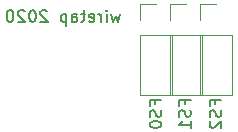
<source format=gbr>
%TF.GenerationSoftware,KiCad,Pcbnew,(5.1.6)-1*%
%TF.CreationDate,2020-11-11T17:13:27-05:00*%
%TF.ProjectId,P2B-DS_FSB,5032422d-4453-45f4-9653-422e6b696361,rev?*%
%TF.SameCoordinates,Original*%
%TF.FileFunction,Legend,Bot*%
%TF.FilePolarity,Positive*%
%FSLAX46Y46*%
G04 Gerber Fmt 4.6, Leading zero omitted, Abs format (unit mm)*
G04 Created by KiCad (PCBNEW (5.1.6)-1) date 2020-11-11 17:13:27*
%MOMM*%
%LPD*%
G01*
G04 APERTURE LIST*
%ADD10C,0.150000*%
%ADD11C,0.120000*%
G04 APERTURE END LIST*
D10*
X149613333Y-95543714D02*
X149422857Y-96210380D01*
X149232380Y-95734190D01*
X149041904Y-96210380D01*
X148851428Y-95543714D01*
X148470476Y-96210380D02*
X148470476Y-95543714D01*
X148470476Y-95210380D02*
X148518095Y-95258000D01*
X148470476Y-95305619D01*
X148422857Y-95258000D01*
X148470476Y-95210380D01*
X148470476Y-95305619D01*
X147994285Y-96210380D02*
X147994285Y-95543714D01*
X147994285Y-95734190D02*
X147946666Y-95638952D01*
X147899047Y-95591333D01*
X147803809Y-95543714D01*
X147708571Y-95543714D01*
X146994285Y-96162761D02*
X147089523Y-96210380D01*
X147280000Y-96210380D01*
X147375238Y-96162761D01*
X147422857Y-96067523D01*
X147422857Y-95686571D01*
X147375238Y-95591333D01*
X147280000Y-95543714D01*
X147089523Y-95543714D01*
X146994285Y-95591333D01*
X146946666Y-95686571D01*
X146946666Y-95781809D01*
X147422857Y-95877047D01*
X146660952Y-95543714D02*
X146280000Y-95543714D01*
X146518095Y-95210380D02*
X146518095Y-96067523D01*
X146470476Y-96162761D01*
X146375238Y-96210380D01*
X146280000Y-96210380D01*
X145518095Y-96210380D02*
X145518095Y-95686571D01*
X145565714Y-95591333D01*
X145660952Y-95543714D01*
X145851428Y-95543714D01*
X145946666Y-95591333D01*
X145518095Y-96162761D02*
X145613333Y-96210380D01*
X145851428Y-96210380D01*
X145946666Y-96162761D01*
X145994285Y-96067523D01*
X145994285Y-95972285D01*
X145946666Y-95877047D01*
X145851428Y-95829428D01*
X145613333Y-95829428D01*
X145518095Y-95781809D01*
X145041904Y-95543714D02*
X145041904Y-96543714D01*
X145041904Y-95591333D02*
X144946666Y-95543714D01*
X144756190Y-95543714D01*
X144660952Y-95591333D01*
X144613333Y-95638952D01*
X144565714Y-95734190D01*
X144565714Y-96019904D01*
X144613333Y-96115142D01*
X144660952Y-96162761D01*
X144756190Y-96210380D01*
X144946666Y-96210380D01*
X145041904Y-96162761D01*
X143422857Y-95305619D02*
X143375238Y-95258000D01*
X143280000Y-95210380D01*
X143041904Y-95210380D01*
X142946666Y-95258000D01*
X142899047Y-95305619D01*
X142851428Y-95400857D01*
X142851428Y-95496095D01*
X142899047Y-95638952D01*
X143470476Y-96210380D01*
X142851428Y-96210380D01*
X142232380Y-95210380D02*
X142137142Y-95210380D01*
X142041904Y-95258000D01*
X141994285Y-95305619D01*
X141946666Y-95400857D01*
X141899047Y-95591333D01*
X141899047Y-95829428D01*
X141946666Y-96019904D01*
X141994285Y-96115142D01*
X142041904Y-96162761D01*
X142137142Y-96210380D01*
X142232380Y-96210380D01*
X142327619Y-96162761D01*
X142375238Y-96115142D01*
X142422857Y-96019904D01*
X142470476Y-95829428D01*
X142470476Y-95591333D01*
X142422857Y-95400857D01*
X142375238Y-95305619D01*
X142327619Y-95258000D01*
X142232380Y-95210380D01*
X141518095Y-95305619D02*
X141470476Y-95258000D01*
X141375238Y-95210380D01*
X141137142Y-95210380D01*
X141041904Y-95258000D01*
X140994285Y-95305619D01*
X140946666Y-95400857D01*
X140946666Y-95496095D01*
X140994285Y-95638952D01*
X141565714Y-96210380D01*
X140946666Y-96210380D01*
X140327619Y-95210380D02*
X140232380Y-95210380D01*
X140137142Y-95258000D01*
X140089523Y-95305619D01*
X140041904Y-95400857D01*
X139994285Y-95591333D01*
X139994285Y-95829428D01*
X140041904Y-96019904D01*
X140089523Y-96115142D01*
X140137142Y-96162761D01*
X140232380Y-96210380D01*
X140327619Y-96210380D01*
X140422857Y-96162761D01*
X140470476Y-96115142D01*
X140518095Y-96019904D01*
X140565714Y-95829428D01*
X140565714Y-95591333D01*
X140518095Y-95400857D01*
X140470476Y-95305619D01*
X140422857Y-95258000D01*
X140327619Y-95210380D01*
D11*
%TO.C,FS0*%
X153984000Y-97282000D02*
X151324000Y-97282000D01*
X153984000Y-97282000D02*
X153984000Y-102422000D01*
X153984000Y-102422000D02*
X151324000Y-102422000D01*
X151324000Y-97282000D02*
X151324000Y-102422000D01*
X151324000Y-94682000D02*
X151324000Y-96012000D01*
X152654000Y-94682000D02*
X151324000Y-94682000D01*
%TO.C,FS1*%
X155194000Y-94682000D02*
X153864000Y-94682000D01*
X153864000Y-94682000D02*
X153864000Y-96012000D01*
X153864000Y-97282000D02*
X153864000Y-102422000D01*
X156524000Y-102422000D02*
X153864000Y-102422000D01*
X156524000Y-97282000D02*
X156524000Y-102422000D01*
X156524000Y-97282000D02*
X153864000Y-97282000D01*
%TO.C,FS2*%
X159064000Y-97282000D02*
X156404000Y-97282000D01*
X159064000Y-97282000D02*
X159064000Y-102422000D01*
X159064000Y-102422000D02*
X156404000Y-102422000D01*
X156404000Y-97282000D02*
X156404000Y-102422000D01*
X156404000Y-94682000D02*
X156404000Y-96012000D01*
X157734000Y-94682000D02*
X156404000Y-94682000D01*
%TO.C,FS0*%
D10*
X152582571Y-103182476D02*
X152582571Y-102849142D01*
X153106380Y-102849142D02*
X152106380Y-102849142D01*
X152106380Y-103325333D01*
X153058761Y-103658666D02*
X153106380Y-103801523D01*
X153106380Y-104039619D01*
X153058761Y-104134857D01*
X153011142Y-104182476D01*
X152915904Y-104230095D01*
X152820666Y-104230095D01*
X152725428Y-104182476D01*
X152677809Y-104134857D01*
X152630190Y-104039619D01*
X152582571Y-103849142D01*
X152534952Y-103753904D01*
X152487333Y-103706285D01*
X152392095Y-103658666D01*
X152296857Y-103658666D01*
X152201619Y-103706285D01*
X152154000Y-103753904D01*
X152106380Y-103849142D01*
X152106380Y-104087238D01*
X152154000Y-104230095D01*
X152106380Y-104849142D02*
X152106380Y-104944380D01*
X152154000Y-105039619D01*
X152201619Y-105087238D01*
X152296857Y-105134857D01*
X152487333Y-105182476D01*
X152725428Y-105182476D01*
X152915904Y-105134857D01*
X153011142Y-105087238D01*
X153058761Y-105039619D01*
X153106380Y-104944380D01*
X153106380Y-104849142D01*
X153058761Y-104753904D01*
X153011142Y-104706285D01*
X152915904Y-104658666D01*
X152725428Y-104611047D01*
X152487333Y-104611047D01*
X152296857Y-104658666D01*
X152201619Y-104706285D01*
X152154000Y-104753904D01*
X152106380Y-104849142D01*
%TO.C,FS1*%
X155062571Y-103182476D02*
X155062571Y-102849142D01*
X155586380Y-102849142D02*
X154586380Y-102849142D01*
X154586380Y-103325333D01*
X155538761Y-103658666D02*
X155586380Y-103801523D01*
X155586380Y-104039619D01*
X155538761Y-104134857D01*
X155491142Y-104182476D01*
X155395904Y-104230095D01*
X155300666Y-104230095D01*
X155205428Y-104182476D01*
X155157809Y-104134857D01*
X155110190Y-104039619D01*
X155062571Y-103849142D01*
X155014952Y-103753904D01*
X154967333Y-103706285D01*
X154872095Y-103658666D01*
X154776857Y-103658666D01*
X154681619Y-103706285D01*
X154634000Y-103753904D01*
X154586380Y-103849142D01*
X154586380Y-104087238D01*
X154634000Y-104230095D01*
X155586380Y-105182476D02*
X155586380Y-104611047D01*
X155586380Y-104896761D02*
X154586380Y-104896761D01*
X154729238Y-104801523D01*
X154824476Y-104706285D01*
X154872095Y-104611047D01*
%TO.C,FS2*%
X157662571Y-103182476D02*
X157662571Y-102849142D01*
X158186380Y-102849142D02*
X157186380Y-102849142D01*
X157186380Y-103325333D01*
X158138761Y-103658666D02*
X158186380Y-103801523D01*
X158186380Y-104039619D01*
X158138761Y-104134857D01*
X158091142Y-104182476D01*
X157995904Y-104230095D01*
X157900666Y-104230095D01*
X157805428Y-104182476D01*
X157757809Y-104134857D01*
X157710190Y-104039619D01*
X157662571Y-103849142D01*
X157614952Y-103753904D01*
X157567333Y-103706285D01*
X157472095Y-103658666D01*
X157376857Y-103658666D01*
X157281619Y-103706285D01*
X157234000Y-103753904D01*
X157186380Y-103849142D01*
X157186380Y-104087238D01*
X157234000Y-104230095D01*
X157281619Y-104611047D02*
X157234000Y-104658666D01*
X157186380Y-104753904D01*
X157186380Y-104992000D01*
X157234000Y-105087238D01*
X157281619Y-105134857D01*
X157376857Y-105182476D01*
X157472095Y-105182476D01*
X157614952Y-105134857D01*
X158186380Y-104563428D01*
X158186380Y-105182476D01*
%TD*%
M02*

</source>
